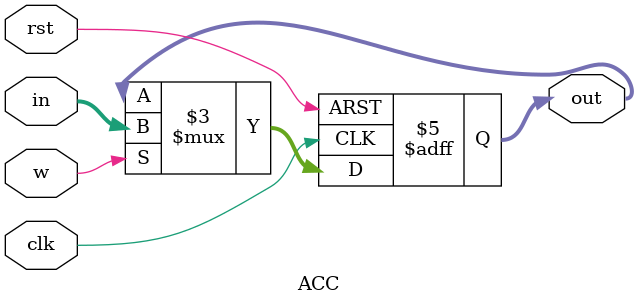
<source format=v>
module ACC(
  input [15:0] in,
  input clk,rst,w,
  output reg [15:0] out);

  always @(negedge clk, negedge rst)
  begin
     if (!rst) begin
        out <= 16'd0;
     end
   else if (w) begin
        out <= in;
   end
  end

endmodule
</source>
